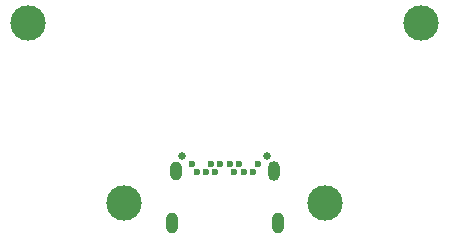
<source format=gbr>
%TF.GenerationSoftware,KiCad,Pcbnew,8.0.1*%
%TF.CreationDate,2024-03-22T11:25:25-04:00*%
%TF.ProjectId,commapogo_female,636f6d6d-6170-46f6-976f-5f66656d616c,rev?*%
%TF.SameCoordinates,Original*%
%TF.FileFunction,Soldermask,Bot*%
%TF.FilePolarity,Negative*%
%FSLAX46Y46*%
G04 Gerber Fmt 4.6, Leading zero omitted, Abs format (unit mm)*
G04 Created by KiCad (PCBNEW 8.0.1) date 2024-03-22 11:25:25*
%MOMM*%
%LPD*%
G01*
G04 APERTURE LIST*
%ADD10C,3.000000*%
%ADD11C,0.650000*%
%ADD12O,1.000000X1.600000*%
%ADD13O,1.000000X1.800000*%
%ADD14O,1.000000X1.700000*%
%ADD15C,0.600000*%
G04 APERTURE END LIST*
D10*
%TO.C,H1*%
X-16637000Y6858000D03*
%TD*%
D11*
%TO.C,J2*%
X-3600000Y-4370000D03*
X3590000Y-4330000D03*
D12*
X-4125000Y-5620000D03*
D13*
X-4485000Y-10010000D03*
X4485000Y-10010000D03*
D14*
X4125000Y-5620000D03*
D15*
X2800000Y-5020000D03*
X2400000Y-5720000D03*
X1600000Y-5720000D03*
X1200000Y-5020000D03*
X800000Y-5720000D03*
X400000Y-5020000D03*
X-400000Y-5020000D03*
X-800000Y-5720000D03*
X-1200000Y-5020000D03*
X-1600000Y-5720000D03*
X-2400000Y-5720000D03*
X-2800000Y-5020000D03*
%TD*%
D10*
%TO.C,H4*%
X8509000Y-8382000D03*
%TD*%
%TO.C,H3*%
X-8509000Y-8382000D03*
%TD*%
%TO.C,H2*%
X16637000Y6858000D03*
%TD*%
M02*

</source>
